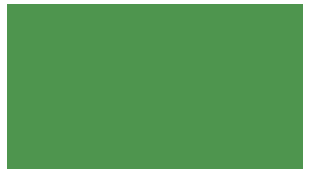
<source format=gbo>
G04*
G04 #@! TF.GenerationSoftware,Altium Limited,Altium Designer,20.1.14 (287)*
G04*
G04 Layer_Color=32896*
%FSLAX44Y44*%
%MOMM*%
G71*
G04*
G04 #@! TF.SameCoordinates,978DA6D5-38BD-4FD5-9912-D6258095FBE2*
G04*
G04*
G04 #@! TF.FilePolarity,Positive*
G04*
G01*
G75*
G36*
X100000Y600000D02*
X350000D01*
Y460000D01*
X100000D01*
Y600000D01*
D02*
G37*
M02*

</source>
